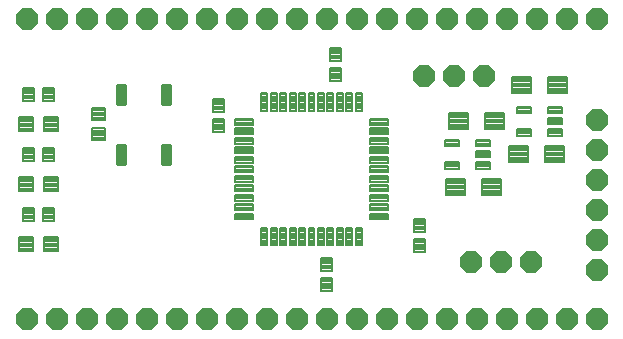
<source format=gts>
G75*
G70*
%OFA0B0*%
%FSLAX24Y24*%
%IPPOS*%
%LPD*%
%AMOC8*
5,1,8,0,0,1.08239X$1,22.5*
%
%ADD10C,0.0080*%
%ADD11OC8,0.0720*%
%ADD12C,0.0081*%
%ADD13C,0.0082*%
%ADD14C,0.0084*%
%ADD15C,0.0083*%
%ADD16C,0.0080*%
D10*
X008712Y004488D02*
X008712Y004684D01*
X008712Y004488D02*
X008122Y004488D01*
X008122Y004684D01*
X008712Y004684D01*
X008712Y004567D02*
X008122Y004567D01*
X008122Y004646D02*
X008712Y004646D01*
X008712Y004803D02*
X008712Y004999D01*
X008712Y004803D02*
X008122Y004803D01*
X008122Y004999D01*
X008712Y004999D01*
X008712Y004882D02*
X008122Y004882D01*
X008122Y004961D02*
X008712Y004961D01*
X008712Y005118D02*
X008712Y005314D01*
X008712Y005118D02*
X008122Y005118D01*
X008122Y005314D01*
X008712Y005314D01*
X008712Y005197D02*
X008122Y005197D01*
X008122Y005276D02*
X008712Y005276D01*
X008712Y005433D02*
X008712Y005629D01*
X008712Y005433D02*
X008122Y005433D01*
X008122Y005629D01*
X008712Y005629D01*
X008712Y005512D02*
X008122Y005512D01*
X008122Y005591D02*
X008712Y005591D01*
X008712Y005748D02*
X008712Y005944D01*
X008712Y005748D02*
X008122Y005748D01*
X008122Y005944D01*
X008712Y005944D01*
X008712Y005827D02*
X008122Y005827D01*
X008122Y005906D02*
X008712Y005906D01*
X008712Y006063D02*
X008712Y006259D01*
X008712Y006063D02*
X008122Y006063D01*
X008122Y006259D01*
X008712Y006259D01*
X008712Y006142D02*
X008122Y006142D01*
X008122Y006221D02*
X008712Y006221D01*
X008712Y006378D02*
X008712Y006574D01*
X008712Y006378D02*
X008122Y006378D01*
X008122Y006574D01*
X008712Y006574D01*
X008712Y006457D02*
X008122Y006457D01*
X008122Y006536D02*
X008712Y006536D01*
X008712Y006693D02*
X008712Y006889D01*
X008712Y006693D02*
X008122Y006693D01*
X008122Y006889D01*
X008712Y006889D01*
X008712Y006772D02*
X008122Y006772D01*
X008122Y006851D02*
X008712Y006851D01*
X008712Y007008D02*
X008712Y007204D01*
X008712Y007008D02*
X008122Y007008D01*
X008122Y007204D01*
X008712Y007204D01*
X008712Y007087D02*
X008122Y007087D01*
X008122Y007166D02*
X008712Y007166D01*
X008712Y007323D02*
X008712Y007519D01*
X008712Y007323D02*
X008122Y007323D01*
X008122Y007519D01*
X008712Y007519D01*
X008712Y007402D02*
X008122Y007402D01*
X008122Y007481D02*
X008712Y007481D01*
X008712Y007638D02*
X008712Y007834D01*
X008712Y007638D02*
X008122Y007638D01*
X008122Y007834D01*
X008712Y007834D01*
X008712Y007717D02*
X008122Y007717D01*
X008122Y007796D02*
X008712Y007796D01*
X009184Y008110D02*
X009184Y008700D01*
X009184Y008110D02*
X008988Y008110D01*
X008988Y008700D01*
X009184Y008700D01*
X009184Y008189D02*
X008988Y008189D01*
X008988Y008268D02*
X009184Y008268D01*
X009184Y008347D02*
X008988Y008347D01*
X008988Y008426D02*
X009184Y008426D01*
X009184Y008505D02*
X008988Y008505D01*
X008988Y008584D02*
X009184Y008584D01*
X009184Y008663D02*
X008988Y008663D01*
X009499Y008700D02*
X009499Y008110D01*
X009303Y008110D01*
X009303Y008700D01*
X009499Y008700D01*
X009499Y008189D02*
X009303Y008189D01*
X009303Y008268D02*
X009499Y008268D01*
X009499Y008347D02*
X009303Y008347D01*
X009303Y008426D02*
X009499Y008426D01*
X009499Y008505D02*
X009303Y008505D01*
X009303Y008584D02*
X009499Y008584D01*
X009499Y008663D02*
X009303Y008663D01*
X009814Y008700D02*
X009814Y008110D01*
X009618Y008110D01*
X009618Y008700D01*
X009814Y008700D01*
X009814Y008189D02*
X009618Y008189D01*
X009618Y008268D02*
X009814Y008268D01*
X009814Y008347D02*
X009618Y008347D01*
X009618Y008426D02*
X009814Y008426D01*
X009814Y008505D02*
X009618Y008505D01*
X009618Y008584D02*
X009814Y008584D01*
X009814Y008663D02*
X009618Y008663D01*
X010129Y008700D02*
X010129Y008110D01*
X009933Y008110D01*
X009933Y008700D01*
X010129Y008700D01*
X010129Y008189D02*
X009933Y008189D01*
X009933Y008268D02*
X010129Y008268D01*
X010129Y008347D02*
X009933Y008347D01*
X009933Y008426D02*
X010129Y008426D01*
X010129Y008505D02*
X009933Y008505D01*
X009933Y008584D02*
X010129Y008584D01*
X010129Y008663D02*
X009933Y008663D01*
X010444Y008700D02*
X010444Y008110D01*
X010248Y008110D01*
X010248Y008700D01*
X010444Y008700D01*
X010444Y008189D02*
X010248Y008189D01*
X010248Y008268D02*
X010444Y008268D01*
X010444Y008347D02*
X010248Y008347D01*
X010248Y008426D02*
X010444Y008426D01*
X010444Y008505D02*
X010248Y008505D01*
X010248Y008584D02*
X010444Y008584D01*
X010444Y008663D02*
X010248Y008663D01*
X010759Y008700D02*
X010759Y008110D01*
X010563Y008110D01*
X010563Y008700D01*
X010759Y008700D01*
X010759Y008189D02*
X010563Y008189D01*
X010563Y008268D02*
X010759Y008268D01*
X010759Y008347D02*
X010563Y008347D01*
X010563Y008426D02*
X010759Y008426D01*
X010759Y008505D02*
X010563Y008505D01*
X010563Y008584D02*
X010759Y008584D01*
X010759Y008663D02*
X010563Y008663D01*
X011074Y008700D02*
X011074Y008110D01*
X010878Y008110D01*
X010878Y008700D01*
X011074Y008700D01*
X011074Y008189D02*
X010878Y008189D01*
X010878Y008268D02*
X011074Y008268D01*
X011074Y008347D02*
X010878Y008347D01*
X010878Y008426D02*
X011074Y008426D01*
X011074Y008505D02*
X010878Y008505D01*
X010878Y008584D02*
X011074Y008584D01*
X011074Y008663D02*
X010878Y008663D01*
X011389Y008700D02*
X011389Y008110D01*
X011193Y008110D01*
X011193Y008700D01*
X011389Y008700D01*
X011389Y008189D02*
X011193Y008189D01*
X011193Y008268D02*
X011389Y008268D01*
X011389Y008347D02*
X011193Y008347D01*
X011193Y008426D02*
X011389Y008426D01*
X011389Y008505D02*
X011193Y008505D01*
X011193Y008584D02*
X011389Y008584D01*
X011389Y008663D02*
X011193Y008663D01*
X011704Y008700D02*
X011704Y008110D01*
X011508Y008110D01*
X011508Y008700D01*
X011704Y008700D01*
X011704Y008189D02*
X011508Y008189D01*
X011508Y008268D02*
X011704Y008268D01*
X011704Y008347D02*
X011508Y008347D01*
X011508Y008426D02*
X011704Y008426D01*
X011704Y008505D02*
X011508Y008505D01*
X011508Y008584D02*
X011704Y008584D01*
X011704Y008663D02*
X011508Y008663D01*
X012019Y008700D02*
X012019Y008110D01*
X011823Y008110D01*
X011823Y008700D01*
X012019Y008700D01*
X012019Y008189D02*
X011823Y008189D01*
X011823Y008268D02*
X012019Y008268D01*
X012019Y008347D02*
X011823Y008347D01*
X011823Y008426D02*
X012019Y008426D01*
X012019Y008505D02*
X011823Y008505D01*
X011823Y008584D02*
X012019Y008584D01*
X012019Y008663D02*
X011823Y008663D01*
X012334Y008700D02*
X012334Y008110D01*
X012138Y008110D01*
X012138Y008700D01*
X012334Y008700D01*
X012334Y008189D02*
X012138Y008189D01*
X012138Y008268D02*
X012334Y008268D01*
X012334Y008347D02*
X012138Y008347D01*
X012138Y008426D02*
X012334Y008426D01*
X012334Y008505D02*
X012138Y008505D01*
X012138Y008584D02*
X012334Y008584D01*
X012334Y008663D02*
X012138Y008663D01*
X013200Y007834D02*
X013200Y007638D01*
X012610Y007638D01*
X012610Y007834D01*
X013200Y007834D01*
X013200Y007717D02*
X012610Y007717D01*
X012610Y007796D02*
X013200Y007796D01*
X013200Y007519D02*
X013200Y007323D01*
X012610Y007323D01*
X012610Y007519D01*
X013200Y007519D01*
X013200Y007402D02*
X012610Y007402D01*
X012610Y007481D02*
X013200Y007481D01*
X013200Y007204D02*
X013200Y007008D01*
X012610Y007008D01*
X012610Y007204D01*
X013200Y007204D01*
X013200Y007087D02*
X012610Y007087D01*
X012610Y007166D02*
X013200Y007166D01*
X013200Y006889D02*
X013200Y006693D01*
X012610Y006693D01*
X012610Y006889D01*
X013200Y006889D01*
X013200Y006772D02*
X012610Y006772D01*
X012610Y006851D02*
X013200Y006851D01*
X013200Y006574D02*
X013200Y006378D01*
X012610Y006378D01*
X012610Y006574D01*
X013200Y006574D01*
X013200Y006457D02*
X012610Y006457D01*
X012610Y006536D02*
X013200Y006536D01*
X013200Y006259D02*
X013200Y006063D01*
X012610Y006063D01*
X012610Y006259D01*
X013200Y006259D01*
X013200Y006142D02*
X012610Y006142D01*
X012610Y006221D02*
X013200Y006221D01*
X013200Y005944D02*
X013200Y005748D01*
X012610Y005748D01*
X012610Y005944D01*
X013200Y005944D01*
X013200Y005827D02*
X012610Y005827D01*
X012610Y005906D02*
X013200Y005906D01*
X013200Y005629D02*
X013200Y005433D01*
X012610Y005433D01*
X012610Y005629D01*
X013200Y005629D01*
X013200Y005512D02*
X012610Y005512D01*
X012610Y005591D02*
X013200Y005591D01*
X013200Y005314D02*
X013200Y005118D01*
X012610Y005118D01*
X012610Y005314D01*
X013200Y005314D01*
X013200Y005197D02*
X012610Y005197D01*
X012610Y005276D02*
X013200Y005276D01*
X013200Y004999D02*
X013200Y004803D01*
X012610Y004803D01*
X012610Y004999D01*
X013200Y004999D01*
X013200Y004882D02*
X012610Y004882D01*
X012610Y004961D02*
X013200Y004961D01*
X013200Y004684D02*
X013200Y004488D01*
X012610Y004488D01*
X012610Y004684D01*
X013200Y004684D01*
X013200Y004567D02*
X012610Y004567D01*
X012610Y004646D02*
X013200Y004646D01*
X012334Y004212D02*
X012334Y003622D01*
X012138Y003622D01*
X012138Y004212D01*
X012334Y004212D01*
X012334Y003701D02*
X012138Y003701D01*
X012138Y003780D02*
X012334Y003780D01*
X012334Y003859D02*
X012138Y003859D01*
X012138Y003938D02*
X012334Y003938D01*
X012334Y004017D02*
X012138Y004017D01*
X012138Y004096D02*
X012334Y004096D01*
X012334Y004175D02*
X012138Y004175D01*
X012019Y004212D02*
X012019Y003622D01*
X011823Y003622D01*
X011823Y004212D01*
X012019Y004212D01*
X012019Y003701D02*
X011823Y003701D01*
X011823Y003780D02*
X012019Y003780D01*
X012019Y003859D02*
X011823Y003859D01*
X011823Y003938D02*
X012019Y003938D01*
X012019Y004017D02*
X011823Y004017D01*
X011823Y004096D02*
X012019Y004096D01*
X012019Y004175D02*
X011823Y004175D01*
X011704Y004212D02*
X011704Y003622D01*
X011508Y003622D01*
X011508Y004212D01*
X011704Y004212D01*
X011704Y003701D02*
X011508Y003701D01*
X011508Y003780D02*
X011704Y003780D01*
X011704Y003859D02*
X011508Y003859D01*
X011508Y003938D02*
X011704Y003938D01*
X011704Y004017D02*
X011508Y004017D01*
X011508Y004096D02*
X011704Y004096D01*
X011704Y004175D02*
X011508Y004175D01*
X011389Y004212D02*
X011389Y003622D01*
X011193Y003622D01*
X011193Y004212D01*
X011389Y004212D01*
X011389Y003701D02*
X011193Y003701D01*
X011193Y003780D02*
X011389Y003780D01*
X011389Y003859D02*
X011193Y003859D01*
X011193Y003938D02*
X011389Y003938D01*
X011389Y004017D02*
X011193Y004017D01*
X011193Y004096D02*
X011389Y004096D01*
X011389Y004175D02*
X011193Y004175D01*
X011074Y004212D02*
X011074Y003622D01*
X010878Y003622D01*
X010878Y004212D01*
X011074Y004212D01*
X011074Y003701D02*
X010878Y003701D01*
X010878Y003780D02*
X011074Y003780D01*
X011074Y003859D02*
X010878Y003859D01*
X010878Y003938D02*
X011074Y003938D01*
X011074Y004017D02*
X010878Y004017D01*
X010878Y004096D02*
X011074Y004096D01*
X011074Y004175D02*
X010878Y004175D01*
X010759Y004212D02*
X010759Y003622D01*
X010563Y003622D01*
X010563Y004212D01*
X010759Y004212D01*
X010759Y003701D02*
X010563Y003701D01*
X010563Y003780D02*
X010759Y003780D01*
X010759Y003859D02*
X010563Y003859D01*
X010563Y003938D02*
X010759Y003938D01*
X010759Y004017D02*
X010563Y004017D01*
X010563Y004096D02*
X010759Y004096D01*
X010759Y004175D02*
X010563Y004175D01*
X010444Y004212D02*
X010444Y003622D01*
X010248Y003622D01*
X010248Y004212D01*
X010444Y004212D01*
X010444Y003701D02*
X010248Y003701D01*
X010248Y003780D02*
X010444Y003780D01*
X010444Y003859D02*
X010248Y003859D01*
X010248Y003938D02*
X010444Y003938D01*
X010444Y004017D02*
X010248Y004017D01*
X010248Y004096D02*
X010444Y004096D01*
X010444Y004175D02*
X010248Y004175D01*
X010129Y004212D02*
X010129Y003622D01*
X009933Y003622D01*
X009933Y004212D01*
X010129Y004212D01*
X010129Y003701D02*
X009933Y003701D01*
X009933Y003780D02*
X010129Y003780D01*
X010129Y003859D02*
X009933Y003859D01*
X009933Y003938D02*
X010129Y003938D01*
X010129Y004017D02*
X009933Y004017D01*
X009933Y004096D02*
X010129Y004096D01*
X010129Y004175D02*
X009933Y004175D01*
X009814Y004212D02*
X009814Y003622D01*
X009618Y003622D01*
X009618Y004212D01*
X009814Y004212D01*
X009814Y003701D02*
X009618Y003701D01*
X009618Y003780D02*
X009814Y003780D01*
X009814Y003859D02*
X009618Y003859D01*
X009618Y003938D02*
X009814Y003938D01*
X009814Y004017D02*
X009618Y004017D01*
X009618Y004096D02*
X009814Y004096D01*
X009814Y004175D02*
X009618Y004175D01*
X009499Y004212D02*
X009499Y003622D01*
X009303Y003622D01*
X009303Y004212D01*
X009499Y004212D01*
X009499Y003701D02*
X009303Y003701D01*
X009303Y003780D02*
X009499Y003780D01*
X009499Y003859D02*
X009303Y003859D01*
X009303Y003938D02*
X009499Y003938D01*
X009499Y004017D02*
X009303Y004017D01*
X009303Y004096D02*
X009499Y004096D01*
X009499Y004175D02*
X009303Y004175D01*
X009184Y004212D02*
X009184Y003622D01*
X008988Y003622D01*
X008988Y004212D01*
X009184Y004212D01*
X009184Y003701D02*
X008988Y003701D01*
X008988Y003780D02*
X009184Y003780D01*
X009184Y003859D02*
X008988Y003859D01*
X008988Y003938D02*
X009184Y003938D01*
X009184Y004017D02*
X008988Y004017D01*
X008988Y004096D02*
X009184Y004096D01*
X009184Y004175D02*
X008988Y004175D01*
D11*
X001161Y001161D03*
X002161Y001161D03*
X003161Y001161D03*
X004161Y001161D03*
X005161Y001161D03*
X006161Y001161D03*
X007161Y001161D03*
X008161Y001161D03*
X009161Y001161D03*
X010161Y001161D03*
X011161Y001161D03*
X012161Y001161D03*
X013161Y001161D03*
X014161Y001161D03*
X015161Y001161D03*
X016161Y001161D03*
X017161Y001161D03*
X018161Y001161D03*
X019161Y001161D03*
X020161Y001161D03*
X020161Y002811D03*
X020161Y003811D03*
X020161Y004811D03*
X020161Y005811D03*
X020161Y006811D03*
X020161Y007811D03*
X016411Y009261D03*
X015411Y009261D03*
X014411Y009261D03*
X014161Y011161D03*
X013161Y011161D03*
X012161Y011161D03*
X011161Y011161D03*
X010161Y011161D03*
X009161Y011161D03*
X008161Y011161D03*
X007161Y011161D03*
X006161Y011161D03*
X005161Y011161D03*
X004161Y011161D03*
X003161Y011161D03*
X002161Y011161D03*
X001161Y011161D03*
X015161Y011161D03*
X016161Y011161D03*
X017161Y011161D03*
X018161Y011161D03*
X019161Y011161D03*
X020161Y011161D03*
X017961Y003061D03*
X016961Y003061D03*
X015961Y003061D03*
D12*
X014064Y003411D02*
X014064Y003843D01*
X014458Y003843D01*
X014458Y003411D01*
X014064Y003411D01*
X014064Y003491D02*
X014458Y003491D01*
X014458Y003571D02*
X014064Y003571D01*
X014064Y003651D02*
X014458Y003651D01*
X014458Y003731D02*
X014064Y003731D01*
X014064Y003811D02*
X014458Y003811D01*
X014064Y004080D02*
X014064Y004512D01*
X014458Y004512D01*
X014458Y004080D01*
X014064Y004080D01*
X014064Y004160D02*
X014458Y004160D01*
X014458Y004240D02*
X014064Y004240D01*
X014064Y004320D02*
X014458Y004320D01*
X014458Y004400D02*
X014064Y004400D01*
X014064Y004480D02*
X014458Y004480D01*
X010964Y003212D02*
X010964Y002780D01*
X010964Y003212D02*
X011358Y003212D01*
X011358Y002780D01*
X010964Y002780D01*
X010964Y002860D02*
X011358Y002860D01*
X011358Y002940D02*
X010964Y002940D01*
X010964Y003020D02*
X011358Y003020D01*
X011358Y003100D02*
X010964Y003100D01*
X010964Y003180D02*
X011358Y003180D01*
X010964Y002543D02*
X010964Y002111D01*
X010964Y002543D02*
X011358Y002543D01*
X011358Y002111D01*
X010964Y002111D01*
X010964Y002191D02*
X011358Y002191D01*
X011358Y002271D02*
X010964Y002271D01*
X010964Y002351D02*
X011358Y002351D01*
X011358Y002431D02*
X010964Y002431D01*
X010964Y002511D02*
X011358Y002511D01*
X007758Y007411D02*
X007758Y007843D01*
X007758Y007411D02*
X007364Y007411D01*
X007364Y007843D01*
X007758Y007843D01*
X007758Y007491D02*
X007364Y007491D01*
X007364Y007571D02*
X007758Y007571D01*
X007758Y007651D02*
X007364Y007651D01*
X007364Y007731D02*
X007758Y007731D01*
X007758Y007811D02*
X007364Y007811D01*
X007758Y008080D02*
X007758Y008512D01*
X007758Y008080D02*
X007364Y008080D01*
X007364Y008512D01*
X007758Y008512D01*
X007758Y008160D02*
X007364Y008160D01*
X007364Y008240D02*
X007758Y008240D01*
X007758Y008320D02*
X007364Y008320D01*
X007364Y008400D02*
X007758Y008400D01*
X007758Y008480D02*
X007364Y008480D01*
X003345Y008193D02*
X003345Y007799D01*
X003345Y008193D02*
X003777Y008193D01*
X003777Y007799D01*
X003345Y007799D01*
X003345Y007879D02*
X003777Y007879D01*
X003777Y007959D02*
X003345Y007959D01*
X003345Y008039D02*
X003777Y008039D01*
X003777Y008119D02*
X003345Y008119D01*
X003345Y007524D02*
X003345Y007130D01*
X003345Y007524D02*
X003777Y007524D01*
X003777Y007130D01*
X003345Y007130D01*
X003345Y007210D02*
X003777Y007210D01*
X003777Y007290D02*
X003345Y007290D01*
X003345Y007370D02*
X003777Y007370D01*
X003777Y007450D02*
X003345Y007450D01*
X002093Y006877D02*
X001699Y006877D01*
X002093Y006877D02*
X002093Y006445D01*
X001699Y006445D01*
X001699Y006877D01*
X001699Y006525D02*
X002093Y006525D01*
X002093Y006605D02*
X001699Y006605D01*
X001699Y006685D02*
X002093Y006685D01*
X002093Y006765D02*
X001699Y006765D01*
X001699Y006845D02*
X002093Y006845D01*
X001424Y006877D02*
X001030Y006877D01*
X001424Y006877D02*
X001424Y006445D01*
X001030Y006445D01*
X001030Y006877D01*
X001030Y006525D02*
X001424Y006525D01*
X001424Y006605D02*
X001030Y006605D01*
X001030Y006685D02*
X001424Y006685D01*
X001424Y006765D02*
X001030Y006765D01*
X001030Y006845D02*
X001424Y006845D01*
X001424Y008877D02*
X001030Y008877D01*
X001424Y008877D02*
X001424Y008445D01*
X001030Y008445D01*
X001030Y008877D01*
X001030Y008525D02*
X001424Y008525D01*
X001424Y008605D02*
X001030Y008605D01*
X001030Y008685D02*
X001424Y008685D01*
X001424Y008765D02*
X001030Y008765D01*
X001030Y008845D02*
X001424Y008845D01*
X001699Y008877D02*
X002093Y008877D01*
X002093Y008445D01*
X001699Y008445D01*
X001699Y008877D01*
X001699Y008525D02*
X002093Y008525D01*
X002093Y008605D02*
X001699Y008605D01*
X001699Y008685D02*
X002093Y008685D01*
X002093Y008765D02*
X001699Y008765D01*
X001699Y008845D02*
X002093Y008845D01*
X002093Y004445D02*
X001699Y004445D01*
X001699Y004877D01*
X002093Y004877D01*
X002093Y004445D01*
X002093Y004525D02*
X001699Y004525D01*
X001699Y004605D02*
X002093Y004605D01*
X002093Y004685D02*
X001699Y004685D01*
X001699Y004765D02*
X002093Y004765D01*
X002093Y004845D02*
X001699Y004845D01*
X001424Y004445D02*
X001030Y004445D01*
X001030Y004877D01*
X001424Y004877D01*
X001424Y004445D01*
X001424Y004525D02*
X001030Y004525D01*
X001030Y004605D02*
X001424Y004605D01*
X001424Y004685D02*
X001030Y004685D01*
X001030Y004765D02*
X001424Y004765D01*
X001424Y004845D02*
X001030Y004845D01*
X011658Y009111D02*
X011658Y009543D01*
X011658Y009111D02*
X011264Y009111D01*
X011264Y009543D01*
X011658Y009543D01*
X011658Y009191D02*
X011264Y009191D01*
X011264Y009271D02*
X011658Y009271D01*
X011658Y009351D02*
X011264Y009351D01*
X011264Y009431D02*
X011658Y009431D01*
X011658Y009511D02*
X011264Y009511D01*
X011658Y009780D02*
X011658Y010212D01*
X011658Y009780D02*
X011264Y009780D01*
X011264Y010212D01*
X011658Y010212D01*
X011658Y009860D02*
X011264Y009860D01*
X011264Y009940D02*
X011658Y009940D01*
X011658Y010020D02*
X011264Y010020D01*
X011264Y010100D02*
X011658Y010100D01*
X011658Y010180D02*
X011264Y010180D01*
D13*
X015257Y007487D02*
X015885Y007487D01*
X015257Y007487D02*
X015257Y008035D01*
X015885Y008035D01*
X015885Y007487D01*
X015885Y007568D02*
X015257Y007568D01*
X015257Y007649D02*
X015885Y007649D01*
X015885Y007730D02*
X015257Y007730D01*
X015257Y007811D02*
X015885Y007811D01*
X015885Y007892D02*
X015257Y007892D01*
X015257Y007973D02*
X015885Y007973D01*
X016438Y008035D02*
X017066Y008035D01*
X017066Y007487D01*
X016438Y007487D01*
X016438Y008035D01*
X016438Y007568D02*
X017066Y007568D01*
X017066Y007649D02*
X016438Y007649D01*
X016438Y007730D02*
X017066Y007730D01*
X017066Y007811D02*
X016438Y007811D01*
X016438Y007892D02*
X017066Y007892D01*
X017066Y007973D02*
X016438Y007973D01*
X017357Y008687D02*
X017985Y008687D01*
X017357Y008687D02*
X017357Y009235D01*
X017985Y009235D01*
X017985Y008687D01*
X017985Y008768D02*
X017357Y008768D01*
X017357Y008849D02*
X017985Y008849D01*
X017985Y008930D02*
X017357Y008930D01*
X017357Y009011D02*
X017985Y009011D01*
X017985Y009092D02*
X017357Y009092D01*
X017357Y009173D02*
X017985Y009173D01*
X018538Y009235D02*
X019166Y009235D01*
X019166Y008687D01*
X018538Y008687D01*
X018538Y009235D01*
X018538Y008768D02*
X019166Y008768D01*
X019166Y008849D02*
X018538Y008849D01*
X018538Y008930D02*
X019166Y008930D01*
X019166Y009011D02*
X018538Y009011D01*
X018538Y009092D02*
X019166Y009092D01*
X019166Y009173D02*
X018538Y009173D01*
X018438Y006935D02*
X019066Y006935D01*
X019066Y006387D01*
X018438Y006387D01*
X018438Y006935D01*
X018438Y006468D02*
X019066Y006468D01*
X019066Y006549D02*
X018438Y006549D01*
X018438Y006630D02*
X019066Y006630D01*
X019066Y006711D02*
X018438Y006711D01*
X018438Y006792D02*
X019066Y006792D01*
X019066Y006873D02*
X018438Y006873D01*
X017885Y006387D02*
X017257Y006387D01*
X017257Y006935D01*
X017885Y006935D01*
X017885Y006387D01*
X017885Y006468D02*
X017257Y006468D01*
X017257Y006549D02*
X017885Y006549D01*
X017885Y006630D02*
X017257Y006630D01*
X017257Y006711D02*
X017885Y006711D01*
X017885Y006792D02*
X017257Y006792D01*
X017257Y006873D02*
X017885Y006873D01*
X016966Y005835D02*
X016338Y005835D01*
X016966Y005835D02*
X016966Y005287D01*
X016338Y005287D01*
X016338Y005835D01*
X016338Y005368D02*
X016966Y005368D01*
X016966Y005449D02*
X016338Y005449D01*
X016338Y005530D02*
X016966Y005530D01*
X016966Y005611D02*
X016338Y005611D01*
X016338Y005692D02*
X016966Y005692D01*
X016966Y005773D02*
X016338Y005773D01*
X015785Y005287D02*
X015157Y005287D01*
X015157Y005835D01*
X015785Y005835D01*
X015785Y005287D01*
X015785Y005368D02*
X015157Y005368D01*
X015157Y005449D02*
X015785Y005449D01*
X015785Y005530D02*
X015157Y005530D01*
X015157Y005611D02*
X015785Y005611D01*
X015785Y005692D02*
X015157Y005692D01*
X015157Y005773D02*
X015785Y005773D01*
D14*
X005959Y006984D02*
X005663Y006984D01*
X005959Y006984D02*
X005959Y006338D01*
X005663Y006338D01*
X005663Y006984D01*
X005663Y006421D02*
X005959Y006421D01*
X005959Y006504D02*
X005663Y006504D01*
X005663Y006587D02*
X005959Y006587D01*
X005959Y006670D02*
X005663Y006670D01*
X005663Y006753D02*
X005959Y006753D01*
X005959Y006836D02*
X005663Y006836D01*
X005663Y006919D02*
X005959Y006919D01*
X004459Y006984D02*
X004163Y006984D01*
X004459Y006984D02*
X004459Y006338D01*
X004163Y006338D01*
X004163Y006984D01*
X004163Y006421D02*
X004459Y006421D01*
X004459Y006504D02*
X004163Y006504D01*
X004163Y006587D02*
X004459Y006587D01*
X004459Y006670D02*
X004163Y006670D01*
X004163Y006753D02*
X004459Y006753D01*
X004459Y006836D02*
X004163Y006836D01*
X004163Y006919D02*
X004459Y006919D01*
X004459Y008984D02*
X004163Y008984D01*
X004459Y008984D02*
X004459Y008338D01*
X004163Y008338D01*
X004163Y008984D01*
X004163Y008421D02*
X004459Y008421D01*
X004459Y008504D02*
X004163Y008504D01*
X004163Y008587D02*
X004459Y008587D01*
X004459Y008670D02*
X004163Y008670D01*
X004163Y008753D02*
X004459Y008753D01*
X004459Y008836D02*
X004163Y008836D01*
X004163Y008919D02*
X004459Y008919D01*
X005663Y008984D02*
X005959Y008984D01*
X005959Y008338D01*
X005663Y008338D01*
X005663Y008984D01*
X005663Y008421D02*
X005959Y008421D01*
X005959Y008504D02*
X005663Y008504D01*
X005663Y008587D02*
X005959Y008587D01*
X005959Y008670D02*
X005663Y008670D01*
X005663Y008753D02*
X005959Y008753D01*
X005959Y008836D02*
X005663Y008836D01*
X005663Y008919D02*
X005959Y008919D01*
D15*
X002210Y007896D02*
X002210Y007426D01*
X001740Y007426D01*
X001740Y007896D01*
X002210Y007896D01*
X002210Y007508D02*
X001740Y007508D01*
X001740Y007590D02*
X002210Y007590D01*
X002210Y007672D02*
X001740Y007672D01*
X001740Y007754D02*
X002210Y007754D01*
X002210Y007836D02*
X001740Y007836D01*
X001383Y007896D02*
X001383Y007426D01*
X000913Y007426D01*
X000913Y007896D01*
X001383Y007896D01*
X001383Y007508D02*
X000913Y007508D01*
X000913Y007590D02*
X001383Y007590D01*
X001383Y007672D02*
X000913Y007672D01*
X000913Y007754D02*
X001383Y007754D01*
X001383Y007836D02*
X000913Y007836D01*
X001383Y005896D02*
X001383Y005426D01*
X000913Y005426D01*
X000913Y005896D01*
X001383Y005896D01*
X001383Y005508D02*
X000913Y005508D01*
X000913Y005590D02*
X001383Y005590D01*
X001383Y005672D02*
X000913Y005672D01*
X000913Y005754D02*
X001383Y005754D01*
X001383Y005836D02*
X000913Y005836D01*
X002210Y005896D02*
X002210Y005426D01*
X001740Y005426D01*
X001740Y005896D01*
X002210Y005896D01*
X002210Y005508D02*
X001740Y005508D01*
X001740Y005590D02*
X002210Y005590D01*
X002210Y005672D02*
X001740Y005672D01*
X001740Y005754D02*
X002210Y005754D01*
X002210Y005836D02*
X001740Y005836D01*
X001740Y003896D02*
X001740Y003426D01*
X001740Y003896D02*
X002210Y003896D01*
X002210Y003426D01*
X001740Y003426D01*
X001740Y003508D02*
X002210Y003508D01*
X002210Y003590D02*
X001740Y003590D01*
X001740Y003672D02*
X002210Y003672D01*
X002210Y003754D02*
X001740Y003754D01*
X001740Y003836D02*
X002210Y003836D01*
X000913Y003896D02*
X000913Y003426D01*
X000913Y003896D02*
X001383Y003896D01*
X001383Y003426D01*
X000913Y003426D01*
X000913Y003508D02*
X001383Y003508D01*
X001383Y003590D02*
X000913Y003590D01*
X000913Y003672D02*
X001383Y003672D01*
X001383Y003754D02*
X000913Y003754D01*
X000913Y003836D02*
X001383Y003836D01*
D16*
X015585Y006179D02*
X015585Y006395D01*
X015585Y006179D02*
X015113Y006179D01*
X015113Y006395D01*
X015585Y006395D01*
X015585Y006258D02*
X015113Y006258D01*
X015113Y006337D02*
X015585Y006337D01*
X016609Y006395D02*
X016609Y006179D01*
X016137Y006179D01*
X016137Y006395D01*
X016609Y006395D01*
X016609Y006258D02*
X016137Y006258D01*
X016137Y006337D02*
X016609Y006337D01*
X016609Y006553D02*
X016609Y006769D01*
X016609Y006553D02*
X016137Y006553D01*
X016137Y006769D01*
X016609Y006769D01*
X016609Y006632D02*
X016137Y006632D01*
X016137Y006711D02*
X016609Y006711D01*
X016609Y006927D02*
X016609Y007143D01*
X016609Y006927D02*
X016137Y006927D01*
X016137Y007143D01*
X016609Y007143D01*
X016609Y007006D02*
X016137Y007006D01*
X016137Y007085D02*
X016609Y007085D01*
X017985Y007279D02*
X017985Y007495D01*
X017985Y007279D02*
X017513Y007279D01*
X017513Y007495D01*
X017985Y007495D01*
X017985Y007358D02*
X017513Y007358D01*
X017513Y007437D02*
X017985Y007437D01*
X019009Y007495D02*
X019009Y007279D01*
X018537Y007279D01*
X018537Y007495D01*
X019009Y007495D01*
X019009Y007358D02*
X018537Y007358D01*
X018537Y007437D02*
X019009Y007437D01*
X019009Y007653D02*
X019009Y007869D01*
X019009Y007653D02*
X018537Y007653D01*
X018537Y007869D01*
X019009Y007869D01*
X019009Y007732D02*
X018537Y007732D01*
X018537Y007811D02*
X019009Y007811D01*
X019009Y008027D02*
X019009Y008243D01*
X019009Y008027D02*
X018537Y008027D01*
X018537Y008243D01*
X019009Y008243D01*
X019009Y008106D02*
X018537Y008106D01*
X018537Y008185D02*
X019009Y008185D01*
X017985Y008243D02*
X017985Y008027D01*
X017513Y008027D01*
X017513Y008243D01*
X017985Y008243D01*
X017985Y008106D02*
X017513Y008106D01*
X017513Y008185D02*
X017985Y008185D01*
X015585Y007143D02*
X015585Y006927D01*
X015113Y006927D01*
X015113Y007143D01*
X015585Y007143D01*
X015585Y007006D02*
X015113Y007006D01*
X015113Y007085D02*
X015585Y007085D01*
M02*

</source>
